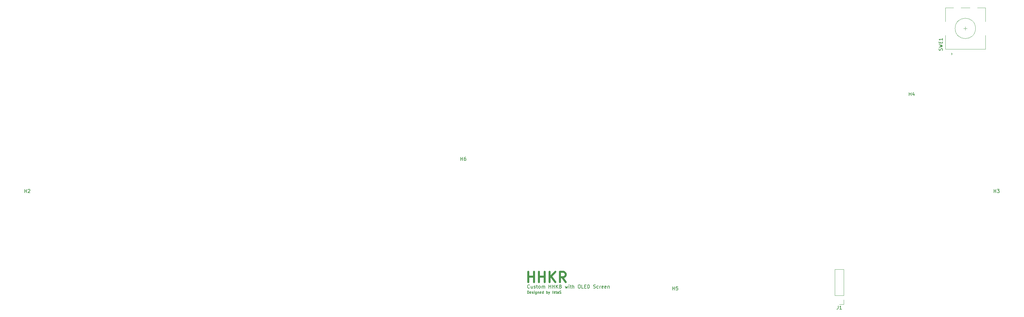
<source format=gbr>
%TF.GenerationSoftware,KiCad,Pcbnew,(5.1.6)-1*%
%TF.CreationDate,2020-09-28T17:44:52+07:00*%
%TF.ProjectId,HHKR,48484b52-2e6b-4696-9361-645f70636258,rev?*%
%TF.SameCoordinates,Original*%
%TF.FileFunction,Legend,Top*%
%TF.FilePolarity,Positive*%
%FSLAX46Y46*%
G04 Gerber Fmt 4.6, Leading zero omitted, Abs format (unit mm)*
G04 Created by KiCad (PCBNEW (5.1.6)-1) date 2020-09-28 17:44:52*
%MOMM*%
%LPD*%
G01*
G04 APERTURE LIST*
%ADD10C,0.150000*%
%ADD11C,0.600000*%
%ADD12C,0.120000*%
G04 APERTURE END LIST*
D10*
X157731428Y18752857D02*
X157683809Y18705238D01*
X157540952Y18657619D01*
X157445714Y18657619D01*
X157302857Y18705238D01*
X157207619Y18800476D01*
X157159999Y18895714D01*
X157112380Y19086190D01*
X157112380Y19229047D01*
X157159999Y19419523D01*
X157207619Y19514761D01*
X157302857Y19610000D01*
X157445714Y19657619D01*
X157540952Y19657619D01*
X157683809Y19610000D01*
X157731428Y19562380D01*
X158588571Y19324285D02*
X158588571Y18657619D01*
X158159999Y19324285D02*
X158159999Y18800476D01*
X158207619Y18705238D01*
X158302857Y18657619D01*
X158445714Y18657619D01*
X158540952Y18705238D01*
X158588571Y18752857D01*
X159017142Y18705238D02*
X159112380Y18657619D01*
X159302857Y18657619D01*
X159398095Y18705238D01*
X159445714Y18800476D01*
X159445714Y18848095D01*
X159398095Y18943333D01*
X159302857Y18990952D01*
X159159999Y18990952D01*
X159064761Y19038571D01*
X159017142Y19133809D01*
X159017142Y19181428D01*
X159064761Y19276666D01*
X159159999Y19324285D01*
X159302857Y19324285D01*
X159398095Y19276666D01*
X159731428Y19324285D02*
X160112380Y19324285D01*
X159874285Y19657619D02*
X159874285Y18800476D01*
X159921904Y18705238D01*
X160017142Y18657619D01*
X160112380Y18657619D01*
X160588571Y18657619D02*
X160493333Y18705238D01*
X160445714Y18752857D01*
X160398095Y18848095D01*
X160398095Y19133809D01*
X160445714Y19229047D01*
X160493333Y19276666D01*
X160588571Y19324285D01*
X160731428Y19324285D01*
X160826666Y19276666D01*
X160874285Y19229047D01*
X160921904Y19133809D01*
X160921904Y18848095D01*
X160874285Y18752857D01*
X160826666Y18705238D01*
X160731428Y18657619D01*
X160588571Y18657619D01*
X161350476Y18657619D02*
X161350476Y19324285D01*
X161350476Y19229047D02*
X161398095Y19276666D01*
X161493333Y19324285D01*
X161636190Y19324285D01*
X161731428Y19276666D01*
X161779047Y19181428D01*
X161779047Y18657619D01*
X161779047Y19181428D02*
X161826666Y19276666D01*
X161921904Y19324285D01*
X162064761Y19324285D01*
X162159999Y19276666D01*
X162207619Y19181428D01*
X162207619Y18657619D01*
X163445714Y18657619D02*
X163445714Y19657619D01*
X163445714Y19181428D02*
X164017142Y19181428D01*
X164017142Y18657619D02*
X164017142Y19657619D01*
X164493333Y18657619D02*
X164493333Y19657619D01*
X164493333Y19181428D02*
X165064761Y19181428D01*
X165064761Y18657619D02*
X165064761Y19657619D01*
X165540952Y18657619D02*
X165540952Y19657619D01*
X166112380Y18657619D02*
X165683809Y19229047D01*
X166112380Y19657619D02*
X165540952Y19086190D01*
X166874285Y19181428D02*
X167017142Y19133809D01*
X167064761Y19086190D01*
X167112380Y18990952D01*
X167112380Y18848095D01*
X167064761Y18752857D01*
X167017142Y18705238D01*
X166921904Y18657619D01*
X166540952Y18657619D01*
X166540952Y19657619D01*
X166874285Y19657619D01*
X166969523Y19610000D01*
X167017142Y19562380D01*
X167064761Y19467142D01*
X167064761Y19371904D01*
X167017142Y19276666D01*
X166969523Y19229047D01*
X166874285Y19181428D01*
X166540952Y19181428D01*
X168207619Y19324285D02*
X168398095Y18657619D01*
X168588571Y19133809D01*
X168779047Y18657619D01*
X168969523Y19324285D01*
X169350476Y18657619D02*
X169350476Y19324285D01*
X169350476Y19657619D02*
X169302857Y19610000D01*
X169350476Y19562380D01*
X169398095Y19610000D01*
X169350476Y19657619D01*
X169350476Y19562380D01*
X169683809Y19324285D02*
X170064761Y19324285D01*
X169826666Y19657619D02*
X169826666Y18800476D01*
X169874285Y18705238D01*
X169969523Y18657619D01*
X170064761Y18657619D01*
X170398095Y18657619D02*
X170398095Y19657619D01*
X170826666Y18657619D02*
X170826666Y19181428D01*
X170779047Y19276666D01*
X170683809Y19324285D01*
X170540952Y19324285D01*
X170445714Y19276666D01*
X170398095Y19229047D01*
X172255238Y19657619D02*
X172445714Y19657619D01*
X172540952Y19610000D01*
X172636190Y19514761D01*
X172683809Y19324285D01*
X172683809Y18990952D01*
X172636190Y18800476D01*
X172540952Y18705238D01*
X172445714Y18657619D01*
X172255238Y18657619D01*
X172159999Y18705238D01*
X172064761Y18800476D01*
X172017142Y18990952D01*
X172017142Y19324285D01*
X172064761Y19514761D01*
X172159999Y19610000D01*
X172255238Y19657619D01*
X173588571Y18657619D02*
X173112380Y18657619D01*
X173112380Y19657619D01*
X173921904Y19181428D02*
X174255238Y19181428D01*
X174398095Y18657619D02*
X173921904Y18657619D01*
X173921904Y19657619D01*
X174398095Y19657619D01*
X174826666Y18657619D02*
X174826666Y19657619D01*
X175064761Y19657619D01*
X175207619Y19610000D01*
X175302857Y19514761D01*
X175350476Y19419523D01*
X175398095Y19229047D01*
X175398095Y19086190D01*
X175350476Y18895714D01*
X175302857Y18800476D01*
X175207619Y18705238D01*
X175064761Y18657619D01*
X174826666Y18657619D01*
X176540952Y18705238D02*
X176683809Y18657619D01*
X176921904Y18657619D01*
X177017142Y18705238D01*
X177064761Y18752857D01*
X177112380Y18848095D01*
X177112380Y18943333D01*
X177064761Y19038571D01*
X177017142Y19086190D01*
X176921904Y19133809D01*
X176731428Y19181428D01*
X176636190Y19229047D01*
X176588571Y19276666D01*
X176540952Y19371904D01*
X176540952Y19467142D01*
X176588571Y19562380D01*
X176636190Y19610000D01*
X176731428Y19657619D01*
X176969523Y19657619D01*
X177112380Y19610000D01*
X177969523Y18705238D02*
X177874285Y18657619D01*
X177683809Y18657619D01*
X177588571Y18705238D01*
X177540952Y18752857D01*
X177493333Y18848095D01*
X177493333Y19133809D01*
X177540952Y19229047D01*
X177588571Y19276666D01*
X177683809Y19324285D01*
X177874285Y19324285D01*
X177969523Y19276666D01*
X178398095Y18657619D02*
X178398095Y19324285D01*
X178398095Y19133809D02*
X178445714Y19229047D01*
X178493333Y19276666D01*
X178588571Y19324285D01*
X178683809Y19324285D01*
X179398095Y18705238D02*
X179302857Y18657619D01*
X179112380Y18657619D01*
X179017142Y18705238D01*
X178969523Y18800476D01*
X178969523Y19181428D01*
X179017142Y19276666D01*
X179112380Y19324285D01*
X179302857Y19324285D01*
X179398095Y19276666D01*
X179445714Y19181428D01*
X179445714Y19086190D01*
X178969523Y18990952D01*
X180255238Y18705238D02*
X180159999Y18657619D01*
X179969523Y18657619D01*
X179874285Y18705238D01*
X179826666Y18800476D01*
X179826666Y19181428D01*
X179874285Y19276666D01*
X179969523Y19324285D01*
X180159999Y19324285D01*
X180255238Y19276666D01*
X180302857Y19181428D01*
X180302857Y19086190D01*
X179826666Y18990952D01*
X180731428Y19324285D02*
X180731428Y18657619D01*
X180731428Y19229047D02*
X180779047Y19276666D01*
X180874285Y19324285D01*
X181017142Y19324285D01*
X181112380Y19276666D01*
X181159999Y19181428D01*
X181159999Y18657619D01*
D11*
X157311428Y20502857D02*
X157311428Y23502857D01*
X157311428Y22074285D02*
X159025714Y22074285D01*
X159025714Y20502857D02*
X159025714Y23502857D01*
X160454285Y20502857D02*
X160454285Y23502857D01*
X160454285Y22074285D02*
X162168571Y22074285D01*
X162168571Y20502857D02*
X162168571Y23502857D01*
X163597142Y20502857D02*
X163597142Y23502857D01*
X165311428Y20502857D02*
X164025714Y22217142D01*
X165311428Y23502857D02*
X163597142Y21788571D01*
X168311428Y20502857D02*
X167311428Y21931428D01*
X166597142Y20502857D02*
X166597142Y23502857D01*
X167740000Y23502857D01*
X168025714Y23360000D01*
X168168571Y23217142D01*
X168311428Y22931428D01*
X168311428Y22502857D01*
X168168571Y22217142D01*
X168025714Y22074285D01*
X167740000Y21931428D01*
X166597142Y21931428D01*
D10*
X157121428Y17080714D02*
X157121428Y17830714D01*
X157300000Y17830714D01*
X157407142Y17795000D01*
X157478571Y17723571D01*
X157514285Y17652142D01*
X157550000Y17509285D01*
X157550000Y17402142D01*
X157514285Y17259285D01*
X157478571Y17187857D01*
X157407142Y17116428D01*
X157300000Y17080714D01*
X157121428Y17080714D01*
X158157142Y17116428D02*
X158085714Y17080714D01*
X157942857Y17080714D01*
X157871428Y17116428D01*
X157835714Y17187857D01*
X157835714Y17473571D01*
X157871428Y17545000D01*
X157942857Y17580714D01*
X158085714Y17580714D01*
X158157142Y17545000D01*
X158192857Y17473571D01*
X158192857Y17402142D01*
X157835714Y17330714D01*
X158478571Y17116428D02*
X158550000Y17080714D01*
X158692857Y17080714D01*
X158764285Y17116428D01*
X158800000Y17187857D01*
X158800000Y17223571D01*
X158764285Y17295000D01*
X158692857Y17330714D01*
X158585714Y17330714D01*
X158514285Y17366428D01*
X158478571Y17437857D01*
X158478571Y17473571D01*
X158514285Y17545000D01*
X158585714Y17580714D01*
X158692857Y17580714D01*
X158764285Y17545000D01*
X159121428Y17080714D02*
X159121428Y17580714D01*
X159121428Y17830714D02*
X159085714Y17795000D01*
X159121428Y17759285D01*
X159157142Y17795000D01*
X159121428Y17830714D01*
X159121428Y17759285D01*
X159800000Y17580714D02*
X159800000Y16973571D01*
X159764285Y16902142D01*
X159728571Y16866428D01*
X159657142Y16830714D01*
X159550000Y16830714D01*
X159478571Y16866428D01*
X159800000Y17116428D02*
X159728571Y17080714D01*
X159585714Y17080714D01*
X159514285Y17116428D01*
X159478571Y17152142D01*
X159442857Y17223571D01*
X159442857Y17437857D01*
X159478571Y17509285D01*
X159514285Y17545000D01*
X159585714Y17580714D01*
X159728571Y17580714D01*
X159800000Y17545000D01*
X160157142Y17580714D02*
X160157142Y17080714D01*
X160157142Y17509285D02*
X160192857Y17545000D01*
X160264285Y17580714D01*
X160371428Y17580714D01*
X160442857Y17545000D01*
X160478571Y17473571D01*
X160478571Y17080714D01*
X161121428Y17116428D02*
X161050000Y17080714D01*
X160907142Y17080714D01*
X160835714Y17116428D01*
X160800000Y17187857D01*
X160800000Y17473571D01*
X160835714Y17545000D01*
X160907142Y17580714D01*
X161050000Y17580714D01*
X161121428Y17545000D01*
X161157142Y17473571D01*
X161157142Y17402142D01*
X160800000Y17330714D01*
X161800000Y17080714D02*
X161800000Y17830714D01*
X161800000Y17116428D02*
X161728571Y17080714D01*
X161585714Y17080714D01*
X161514285Y17116428D01*
X161478571Y17152142D01*
X161442857Y17223571D01*
X161442857Y17437857D01*
X161478571Y17509285D01*
X161514285Y17545000D01*
X161585714Y17580714D01*
X161728571Y17580714D01*
X161800000Y17545000D01*
X162728571Y17080714D02*
X162728571Y17830714D01*
X162728571Y17545000D02*
X162800000Y17580714D01*
X162942857Y17580714D01*
X163014285Y17545000D01*
X163050000Y17509285D01*
X163085714Y17437857D01*
X163085714Y17223571D01*
X163050000Y17152142D01*
X163014285Y17116428D01*
X162942857Y17080714D01*
X162800000Y17080714D01*
X162728571Y17116428D01*
X163335714Y17580714D02*
X163514285Y17080714D01*
X163692857Y17580714D02*
X163514285Y17080714D01*
X163442857Y16902142D01*
X163407142Y16866428D01*
X163335714Y16830714D01*
X164550000Y17080714D02*
X164550000Y17830714D01*
X164907142Y17080714D02*
X164907142Y17830714D01*
X164978571Y17366428D02*
X165192857Y17080714D01*
X165192857Y17580714D02*
X164907142Y17295000D01*
X165407142Y17580714D02*
X165692857Y17580714D01*
X165514285Y17830714D02*
X165514285Y17187857D01*
X165550000Y17116428D01*
X165621428Y17080714D01*
X165692857Y17080714D01*
X166264285Y17080714D02*
X166264285Y17473571D01*
X166228571Y17545000D01*
X166157142Y17580714D01*
X166014285Y17580714D01*
X165942857Y17545000D01*
X166264285Y17116428D02*
X166192857Y17080714D01*
X166014285Y17080714D01*
X165942857Y17116428D01*
X165907142Y17187857D01*
X165907142Y17259285D01*
X165942857Y17330714D01*
X166014285Y17366428D01*
X166192857Y17366428D01*
X166264285Y17402142D01*
X166585714Y17116428D02*
X166692857Y17080714D01*
X166871428Y17080714D01*
X166942857Y17116428D01*
X166978571Y17152142D01*
X167014285Y17223571D01*
X167014285Y17295000D01*
X166978571Y17366428D01*
X166942857Y17402142D01*
X166871428Y17437857D01*
X166728571Y17473571D01*
X166657142Y17509285D01*
X166621428Y17545000D01*
X166585714Y17616428D01*
X166585714Y17687857D01*
X166621428Y17759285D01*
X166657142Y17795000D01*
X166728571Y17830714D01*
X166907142Y17830714D01*
X167014285Y17795000D01*
D12*
%TO.C,SWE1*%
X285868750Y94750000D02*
X285868750Y95750000D01*
X285368750Y95250000D02*
X286368750Y95250000D01*
X289368750Y101350000D02*
X291768750Y101350000D01*
X284568750Y101350000D02*
X287168750Y101350000D01*
X279968750Y101350000D02*
X282368750Y101350000D01*
X281768750Y88050000D02*
X282068750Y87750000D01*
X281768750Y87450000D02*
X281768750Y88050000D01*
X282068750Y87750000D02*
X281768750Y87450000D01*
X279968750Y89150000D02*
X291768750Y89150000D01*
X279968750Y93250000D02*
X279968750Y89150000D01*
X291768750Y93250000D02*
X291768750Y89150000D01*
X291768750Y101350000D02*
X291768750Y97250000D01*
X279968750Y97250000D02*
X279968750Y101350000D01*
X288868750Y95250000D02*
G75*
G03*
X288868750Y95250000I-3000000J0D01*
G01*
%TO.C,J1*%
X250150000Y13910000D02*
X248820000Y13910000D01*
X250150000Y15240000D02*
X250150000Y13910000D01*
X250150000Y16510000D02*
X247490000Y16510000D01*
X247490000Y16510000D02*
X247490000Y24190000D01*
X250150000Y16510000D02*
X250150000Y24190000D01*
X250150000Y24190000D02*
X247490000Y24190000D01*
%TO.C,H6*%
D10*
X137488095Y56297619D02*
X137488095Y57297619D01*
X137488095Y56821428D02*
X138059523Y56821428D01*
X138059523Y56297619D02*
X138059523Y57297619D01*
X138964285Y57297619D02*
X138773809Y57297619D01*
X138678571Y57250000D01*
X138630952Y57202380D01*
X138535714Y57059523D01*
X138488095Y56869047D01*
X138488095Y56488095D01*
X138535714Y56392857D01*
X138583333Y56345238D01*
X138678571Y56297619D01*
X138869047Y56297619D01*
X138964285Y56345238D01*
X139011904Y56392857D01*
X139059523Y56488095D01*
X139059523Y56726190D01*
X139011904Y56821428D01*
X138964285Y56869047D01*
X138869047Y56916666D01*
X138678571Y56916666D01*
X138583333Y56869047D01*
X138535714Y56821428D01*
X138488095Y56726190D01*
%TO.C,H5*%
X199788095Y18097619D02*
X199788095Y19097619D01*
X199788095Y18621428D02*
X200359523Y18621428D01*
X200359523Y18097619D02*
X200359523Y19097619D01*
X201311904Y19097619D02*
X200835714Y19097619D01*
X200788095Y18621428D01*
X200835714Y18669047D01*
X200930952Y18716666D01*
X201169047Y18716666D01*
X201264285Y18669047D01*
X201311904Y18621428D01*
X201359523Y18526190D01*
X201359523Y18288095D01*
X201311904Y18192857D01*
X201264285Y18145238D01*
X201169047Y18097619D01*
X200930952Y18097619D01*
X200835714Y18145238D01*
X200788095Y18192857D01*
%TO.C,H4*%
X269338095Y75397619D02*
X269338095Y76397619D01*
X269338095Y75921428D02*
X269909523Y75921428D01*
X269909523Y75397619D02*
X269909523Y76397619D01*
X270814285Y76064285D02*
X270814285Y75397619D01*
X270576190Y76445238D02*
X270338095Y75730952D01*
X270957142Y75730952D01*
%TO.C,H3*%
X294288095Y46797619D02*
X294288095Y47797619D01*
X294288095Y47321428D02*
X294859523Y47321428D01*
X294859523Y46797619D02*
X294859523Y47797619D01*
X295240476Y47797619D02*
X295859523Y47797619D01*
X295526190Y47416666D01*
X295669047Y47416666D01*
X295764285Y47369047D01*
X295811904Y47321428D01*
X295859523Y47226190D01*
X295859523Y46988095D01*
X295811904Y46892857D01*
X295764285Y46845238D01*
X295669047Y46797619D01*
X295383333Y46797619D01*
X295288095Y46845238D01*
X295240476Y46892857D01*
%TO.C,H2*%
X9288095Y46797619D02*
X9288095Y47797619D01*
X9288095Y47321428D02*
X9859523Y47321428D01*
X9859523Y46797619D02*
X9859523Y47797619D01*
X10288095Y47702380D02*
X10335714Y47750000D01*
X10430952Y47797619D01*
X10669047Y47797619D01*
X10764285Y47750000D01*
X10811904Y47702380D01*
X10859523Y47607142D01*
X10859523Y47511904D01*
X10811904Y47369047D01*
X10240476Y46797619D01*
X10859523Y46797619D01*
%TO.C,SWE1*%
X279073511Y88764285D02*
X279121130Y88907142D01*
X279121130Y89145238D01*
X279073511Y89240476D01*
X279025892Y89288095D01*
X278930654Y89335714D01*
X278835416Y89335714D01*
X278740178Y89288095D01*
X278692559Y89240476D01*
X278644940Y89145238D01*
X278597321Y88954761D01*
X278549702Y88859523D01*
X278502083Y88811904D01*
X278406845Y88764285D01*
X278311607Y88764285D01*
X278216369Y88811904D01*
X278168750Y88859523D01*
X278121130Y88954761D01*
X278121130Y89192857D01*
X278168750Y89335714D01*
X278121130Y89669047D02*
X279121130Y89907142D01*
X278406845Y90097619D01*
X279121130Y90288095D01*
X278121130Y90526190D01*
X278597321Y90907142D02*
X278597321Y91240476D01*
X279121130Y91383333D02*
X279121130Y90907142D01*
X278121130Y90907142D01*
X278121130Y91383333D01*
X279121130Y92335714D02*
X279121130Y91764285D01*
X279121130Y92050000D02*
X278121130Y92050000D01*
X278263988Y91954761D01*
X278359226Y91859523D01*
X278406845Y91764285D01*
%TO.C,J1*%
X248486666Y13457619D02*
X248486666Y12743333D01*
X248439047Y12600476D01*
X248343809Y12505238D01*
X248200952Y12457619D01*
X248105714Y12457619D01*
X249486666Y12457619D02*
X248915238Y12457619D01*
X249200952Y12457619D02*
X249200952Y13457619D01*
X249105714Y13314761D01*
X249010476Y13219523D01*
X248915238Y13171904D01*
%TD*%
M02*

</source>
